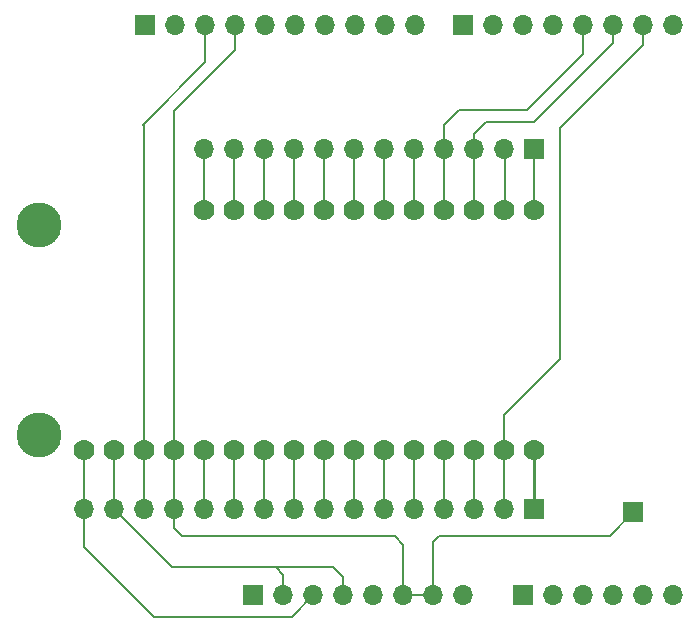
<source format=gbr>
%TF.GenerationSoftware,KiCad,Pcbnew,8.0.7*%
%TF.CreationDate,2025-01-02T12:36:52+09:00*%
%TF.ProjectId,nRF52840_UNO,6e524635-3238-4343-905f-554e4f2e6b69,rev?*%
%TF.SameCoordinates,Original*%
%TF.FileFunction,Copper,L1,Top*%
%TF.FilePolarity,Positive*%
%FSLAX46Y46*%
G04 Gerber Fmt 4.6, Leading zero omitted, Abs format (unit mm)*
G04 Created by KiCad (PCBNEW 8.0.7) date 2025-01-02 12:36:52*
%MOMM*%
%LPD*%
G01*
G04 APERTURE LIST*
%TA.AperFunction,ComponentPad*%
%ADD10R,1.700000X1.700000*%
%TD*%
%TA.AperFunction,ComponentPad*%
%ADD11O,1.700000X1.700000*%
%TD*%
%TA.AperFunction,ComponentPad*%
%ADD12C,3.810000*%
%TD*%
%TA.AperFunction,ComponentPad*%
%ADD13C,1.778000*%
%TD*%
%TA.AperFunction,Conductor*%
%ADD14C,0.200000*%
%TD*%
G04 APERTURE END LIST*
D10*
%TO.P,TP1,1,1*%
%TO.N,GND*%
X118000000Y-72750000D03*
%TD*%
%TO.P,J6,1,Pin_1*%
%TO.N,/DFU*%
X109600000Y-72500000D03*
D11*
%TO.P,J6,2,Pin_2*%
%TO.N,/TXD*%
X107060000Y-72500000D03*
%TO.P,J6,3,Pin_3*%
%TO.N,/RXD*%
X104520000Y-72500000D03*
%TO.P,J6,4,Pin_4*%
%TO.N,/MISO*%
X101980000Y-72500000D03*
%TO.P,J6,5,Pin_5*%
%TO.N,/MOSI*%
X99440000Y-72500000D03*
%TO.P,J6,6,Pin_6*%
%TO.N,/SCK*%
X96900000Y-72500000D03*
%TO.P,J6,7,Pin_7*%
%TO.N,/A5{slash}0.29*%
X94360000Y-72500000D03*
%TO.P,J6,8,Pin_8*%
%TO.N,/A4{slash}0.28*%
X91820000Y-72500000D03*
%TO.P,J6,9,Pin_9*%
%TO.N,/A3{slash}0.05*%
X89280000Y-72500000D03*
%TO.P,J6,10,Pin_10*%
%TO.N,/A2{slash}0.04*%
X86740000Y-72500000D03*
%TO.P,J6,11,Pin_11*%
%TO.N,/A1{slash}0.03*%
X84200000Y-72500000D03*
%TO.P,J6,12,Pin_12*%
%TO.N,/A0{slash}0.02*%
X81660000Y-72500000D03*
%TO.P,J6,13,Pin_13*%
%TO.N,GND*%
X79120000Y-72500000D03*
%TO.P,J6,14,Pin_14*%
%TO.N,/AREF*%
X76580000Y-72500000D03*
%TO.P,J6,15,Pin_15*%
%TO.N,+3V3*%
X74040000Y-72500000D03*
%TO.P,J6,16,Pin_16*%
%TO.N,/~{RESET}*%
X71500000Y-72500000D03*
%TD*%
D10*
%TO.P,J5,1,Pin_1*%
%TO.N,/SDA*%
X109540000Y-42000000D03*
D11*
%TO.P,J5,2,Pin_2*%
%TO.N,/SCL*%
X107000000Y-42000000D03*
%TO.P,J5,3,Pin_3*%
%TO.N,/P0.27*%
X104460000Y-42000000D03*
%TO.P,J5,4,Pin_4*%
%TO.N,/A6{slash}P0.30*%
X101920000Y-42000000D03*
%TO.P,J5,5,Pin_5*%
%TO.N,/A7{slash}P0.31*%
X99380000Y-42000000D03*
%TO.P,J5,6,Pin_6*%
%TO.N,/P0.11*%
X96840000Y-42000000D03*
%TO.P,J5,7,Pin_7*%
%TO.N,/P0.07*%
X94300000Y-42000000D03*
%TO.P,J5,8,Pin_8*%
%TO.N,/P0.15*%
X91760000Y-42000000D03*
%TO.P,J5,9,Pin_9*%
%TO.N,/P0.16*%
X89220000Y-42000000D03*
%TO.P,J5,10,Pin_10*%
%TO.N,VBUS*%
X86680000Y-42000000D03*
%TO.P,J5,11,Pin_11*%
%TO.N,/EN*%
X84140000Y-42000000D03*
%TO.P,J5,12,Pin_12*%
%TO.N,VBAT*%
X81600000Y-42000000D03*
%TD*%
D10*
%TO.P,J1,1,Pin_1*%
%TO.N,unconnected-(J1-Pin_1-Pad1)*%
X85790000Y-79775000D03*
D11*
%TO.P,J1,2,Pin_2*%
%TO.N,+3V3*%
X88330000Y-79775000D03*
%TO.P,J1,3,Pin_3*%
%TO.N,/~{RESET}*%
X90870000Y-79775000D03*
%TO.P,J1,4,Pin_4*%
%TO.N,+3V3*%
X93410000Y-79775000D03*
%TO.P,J1,5,Pin_5*%
%TO.N,+5V*%
X95950000Y-79775000D03*
%TO.P,J1,6,Pin_6*%
%TO.N,GND*%
X98490000Y-79775000D03*
%TO.P,J1,7,Pin_7*%
X101030000Y-79775000D03*
%TO.P,J1,8,Pin_8*%
%TO.N,VCC*%
X103570000Y-79775000D03*
%TD*%
D10*
%TO.P,J4,1,Pin_1*%
%TO.N,/7*%
X103570000Y-31515000D03*
D11*
%TO.P,J4,2,Pin_2*%
%TO.N,/\u002A6*%
X106110000Y-31515000D03*
%TO.P,J4,3,Pin_3*%
%TO.N,/\u002A5*%
X108650000Y-31515000D03*
%TO.P,J4,4,Pin_4*%
%TO.N,/4*%
X111190000Y-31515000D03*
%TO.P,J4,5,Pin_5*%
%TO.N,/A6{slash}P0.30*%
X113730000Y-31515000D03*
%TO.P,J4,6,Pin_6*%
%TO.N,/P0.27*%
X116270000Y-31515000D03*
%TO.P,J4,7,Pin_7*%
%TO.N,/TXD*%
X118810000Y-31515000D03*
%TO.P,J4,8,Pin_8*%
%TO.N,/RXD*%
X121350000Y-31515000D03*
%TD*%
D10*
%TO.P,J3,1,Pin_1*%
%TO.N,/A0*%
X108650000Y-79775000D03*
D11*
%TO.P,J3,2,Pin_2*%
%TO.N,/A1*%
X111190000Y-79775000D03*
%TO.P,J3,3,Pin_3*%
%TO.N,/A2*%
X113730000Y-79775000D03*
%TO.P,J3,4,Pin_4*%
%TO.N,/A3*%
X116270000Y-79775000D03*
%TO.P,J3,5,Pin_5*%
%TO.N,/SDA{slash}A4*%
X118810000Y-79775000D03*
%TO.P,J3,6,Pin_6*%
%TO.N,/SCL{slash}A5*%
X121350000Y-79775000D03*
%TD*%
D10*
%TO.P,J2,1,Pin_1*%
%TO.N,/\u002ASCL{slash}A5*%
X76646000Y-31515000D03*
D11*
%TO.P,J2,2,Pin_2*%
%TO.N,/\u002ASDA{slash}A4*%
X79186000Y-31515000D03*
%TO.P,J2,3,Pin_3*%
%TO.N,/AREF*%
X81726000Y-31515000D03*
%TO.P,J2,4,Pin_4*%
%TO.N,GND*%
X84266000Y-31515000D03*
%TO.P,J2,5,Pin_5*%
%TO.N,/13*%
X86806000Y-31515000D03*
%TO.P,J2,6,Pin_6*%
%TO.N,/12*%
X89346000Y-31515000D03*
%TO.P,J2,7,Pin_7*%
%TO.N,/\u002A11*%
X91886000Y-31515000D03*
%TO.P,J2,8,Pin_8*%
%TO.N,/\u002A10*%
X94426000Y-31515000D03*
%TO.P,J2,9,Pin_9*%
%TO.N,/\u002A9*%
X96966000Y-31515000D03*
%TO.P,J2,10,Pin_10*%
%TO.N,/8*%
X99506000Y-31515000D03*
%TD*%
D12*
%TO.P,MS1,P$2*%
%TO.N,N/C*%
X67680000Y-66200000D03*
%TO.P,MS1,P$1*%
X67680000Y-48420000D03*
D13*
%TO.P,MS1,28,VBAT*%
%TO.N,VBAT*%
X81650000Y-47150000D03*
%TO.P,MS1,27,EN*%
%TO.N,/EN*%
X84190000Y-47150000D03*
%TO.P,MS1,26,USB*%
%TO.N,VBUS*%
X86730000Y-47150000D03*
%TO.P,MS1,25,GPIO13*%
%TO.N,/P0.16*%
X89270000Y-47150000D03*
%TO.P,MS1,24,GPIO12*%
%TO.N,/P0.15*%
X91810000Y-47150000D03*
%TO.P,MS1,23,GPIO11*%
%TO.N,/P0.07*%
X94350000Y-47150000D03*
%TO.P,MS1,22,GPIO10*%
%TO.N,/P0.11*%
X96890000Y-47150000D03*
%TO.P,MS1,21,GPIO9*%
%TO.N,/A7{slash}P0.31*%
X99430000Y-47150000D03*
%TO.P,MS1,20,GPIO6*%
%TO.N,/A6{slash}P0.30*%
X101970000Y-47150000D03*
%TO.P,MS1,19,GPIO5*%
%TO.N,/P0.27*%
X104510000Y-47150000D03*
%TO.P,MS1,18,GPIOSCL*%
%TO.N,/SCL*%
X107050000Y-47150000D03*
%TO.P,MS1,17,GPIOSDA*%
%TO.N,/SDA*%
X109590000Y-47150000D03*
%TO.P,MS1,16,NC*%
%TO.N,/DFU*%
X109590000Y-67470000D03*
%TO.P,MS1,15,GPIOTX*%
%TO.N,/TXD*%
X107050000Y-67470000D03*
%TO.P,MS1,14,GPIORX*%
%TO.N,/RXD*%
X104510000Y-67470000D03*
%TO.P,MS1,13,GPIOMISO*%
%TO.N,/MISO*%
X101970000Y-67470000D03*
%TO.P,MS1,12,GPIOMOSI*%
%TO.N,/MOSI*%
X99430000Y-67470000D03*
%TO.P,MS1,11,GPIOSCK*%
%TO.N,/SCK*%
X96890000Y-67470000D03*
%TO.P,MS1,10,GPIOA5*%
%TO.N,/A5{slash}0.29*%
X94350000Y-67470000D03*
%TO.P,MS1,9,GPIOA4*%
%TO.N,/A4{slash}0.28*%
X91810000Y-67470000D03*
%TO.P,MS1,8,GPIOA3*%
%TO.N,/A3{slash}0.05*%
X89270000Y-67470000D03*
%TO.P,MS1,7,GPIOA2*%
%TO.N,/A2{slash}0.04*%
X86730000Y-67470000D03*
%TO.P,MS1,6,GPIOA1*%
%TO.N,/A1{slash}0.03*%
X84190000Y-67470000D03*
%TO.P,MS1,5,GPIOA0*%
%TO.N,/A0{slash}0.02*%
X81650000Y-67470000D03*
%TO.P,MS1,4,GND*%
%TO.N,GND*%
X79110000Y-67470000D03*
%TO.P,MS1,3,AREF*%
%TO.N,/AREF*%
X76570000Y-67470000D03*
%TO.P,MS1,2,3V*%
%TO.N,+3V3*%
X74030000Y-67470000D03*
%TO.P,MS1,1,~{RESET}*%
%TO.N,/~{RESET}*%
X71490000Y-67470000D03*
%TD*%
D14*
%TO.N,GND*%
X101000000Y-78500000D02*
X101030000Y-78530000D01*
X101500000Y-74750000D02*
X101000000Y-75250000D01*
X116000000Y-74750000D02*
X101500000Y-74750000D01*
X101030000Y-78530000D02*
X101030000Y-79775000D01*
X118000000Y-72750000D02*
X116000000Y-74750000D01*
X101000000Y-75250000D02*
X101000000Y-78500000D01*
%TO.N,/AREF*%
X76470000Y-39930000D02*
X81726000Y-34674000D01*
X81726000Y-34674000D02*
X81726000Y-31515000D01*
X76570000Y-39830000D02*
X76570000Y-67470000D01*
X76570000Y-72490000D02*
X76580000Y-72500000D01*
X76570000Y-67470000D02*
X76570000Y-72490000D01*
%TO.N,+3V3*%
X92600000Y-77400000D02*
X87500000Y-77400000D01*
X87500000Y-77400000D02*
X87700000Y-77400000D01*
X93410000Y-79775000D02*
X93410000Y-78210000D01*
X93410000Y-78210000D02*
X92600000Y-77400000D01*
X78940000Y-77400000D02*
X87500000Y-77400000D01*
X88330000Y-78030000D02*
X88330000Y-79775000D01*
X74040000Y-72500000D02*
X78940000Y-77400000D01*
X87700000Y-77400000D02*
X88330000Y-78030000D01*
%TO.N,GND*%
X84266000Y-33634000D02*
X79110000Y-38790000D01*
X84266000Y-31515000D02*
X84266000Y-33634000D01*
X79110000Y-38790000D02*
X79110000Y-67470000D01*
X98490000Y-79775000D02*
X101030000Y-79775000D01*
X97800000Y-74800000D02*
X79800000Y-74800000D01*
X98490000Y-75490000D02*
X97800000Y-74800000D01*
X79800000Y-74800000D02*
X79100000Y-74100000D01*
X79120000Y-73680000D02*
X79120000Y-72900000D01*
X98490000Y-79775000D02*
X98490000Y-75490000D01*
X79100000Y-74100000D02*
X79100000Y-73700000D01*
X79100000Y-73700000D02*
X79120000Y-73680000D01*
%TO.N,/A6{slash}P0.30*%
X103200000Y-38700000D02*
X101920000Y-39980000D01*
X101920000Y-39980000D02*
X101920000Y-42000000D01*
X109000000Y-38700000D02*
X103200000Y-38700000D01*
X113730000Y-33970000D02*
X109000000Y-38700000D01*
X113730000Y-31515000D02*
X113730000Y-33970000D01*
%TO.N,/P0.27*%
X104460000Y-40740000D02*
X104460000Y-42000000D01*
X109600000Y-39700000D02*
X105500000Y-39700000D01*
X116270000Y-33030000D02*
X109600000Y-39700000D01*
X105500000Y-39700000D02*
X104460000Y-40740000D01*
X116270000Y-31515000D02*
X116270000Y-33030000D01*
%TO.N,/TXD*%
X107050000Y-64550000D02*
X107050000Y-67470000D01*
X111780000Y-59820000D02*
X107050000Y-64550000D01*
X111780000Y-40220000D02*
X111780000Y-59820000D01*
X118810000Y-31515000D02*
X118810000Y-33190000D01*
X118810000Y-33190000D02*
X111780000Y-40220000D01*
%TO.N,/~{RESET}*%
X71500000Y-75700000D02*
X71500000Y-72500000D01*
X77400000Y-81600000D02*
X71500000Y-75700000D01*
X89045000Y-81600000D02*
X77400000Y-81600000D01*
X90870000Y-79775000D02*
X89045000Y-81600000D01*
%TO.N,/DFU*%
X109590000Y-72490000D02*
X109600000Y-72500000D01*
X109590000Y-67470000D02*
X109590000Y-72490000D01*
%TO.N,/TXD*%
X107050000Y-72490000D02*
X107060000Y-72500000D01*
X107050000Y-67470000D02*
X107050000Y-72490000D01*
%TO.N,/RXD*%
X104510000Y-72490000D02*
X104520000Y-72500000D01*
X104510000Y-67470000D02*
X104510000Y-72490000D01*
%TO.N,/MISO*%
X101970000Y-72490000D02*
X101980000Y-72500000D01*
X101970000Y-67470000D02*
X101970000Y-72490000D01*
%TO.N,/MOSI*%
X99440000Y-71510000D02*
X99430000Y-71500000D01*
X99440000Y-72500000D02*
X99440000Y-71510000D01*
X99430000Y-67470000D02*
X99430000Y-71500000D01*
%TO.N,/SCK*%
X96890000Y-67470000D02*
X96890000Y-72490000D01*
X96890000Y-72490000D02*
X96900000Y-72500000D01*
%TO.N,/A5{slash}0.29*%
X94350000Y-72490000D02*
X94360000Y-72500000D01*
X94350000Y-67470000D02*
X94350000Y-72490000D01*
%TO.N,/A4{slash}0.28*%
X91810000Y-72490000D02*
X91820000Y-72500000D01*
X91810000Y-67470000D02*
X91810000Y-72490000D01*
%TO.N,/A3{slash}0.05*%
X89270000Y-72490000D02*
X89280000Y-72500000D01*
X89270000Y-67470000D02*
X89270000Y-72490000D01*
%TO.N,/A2{slash}0.04*%
X86730000Y-72490000D02*
X86740000Y-72500000D01*
X86730000Y-67470000D02*
X86730000Y-72490000D01*
%TO.N,/A1{slash}0.03*%
X84190000Y-72490000D02*
X84200000Y-72500000D01*
X84190000Y-67470000D02*
X84190000Y-72490000D01*
%TO.N,/A0{slash}0.02*%
X81650000Y-72490000D02*
X81660000Y-72500000D01*
X81650000Y-67470000D02*
X81650000Y-72490000D01*
%TO.N,GND*%
X79110000Y-67470000D02*
X79110000Y-72490000D01*
X79110000Y-72490000D02*
X79120000Y-72500000D01*
%TO.N,+3V3*%
X74030000Y-72490000D02*
X74040000Y-72500000D01*
X74030000Y-67470000D02*
X74030000Y-72490000D01*
%TO.N,/~{RESET}*%
X71490000Y-72490000D02*
X71500000Y-72500000D01*
X71490000Y-67470000D02*
X71490000Y-72490000D01*
%TO.N,/DFU*%
X109690000Y-72310000D02*
X109500000Y-72500000D01*
X109690000Y-67550000D02*
X109690000Y-72310000D01*
%TO.N,/SDA*%
X109540000Y-42000000D02*
X109540000Y-47080000D01*
%TO.N,/SCL*%
X107150000Y-42650000D02*
X107150000Y-47230000D01*
X107000000Y-42000000D02*
X107000000Y-42500000D01*
X107000000Y-42500000D02*
X107150000Y-42650000D01*
%TO.N,/P0.27*%
X104460000Y-42000000D02*
X104460000Y-47080000D01*
%TO.N,/A6{slash}P0.30*%
X101920000Y-42000000D02*
X101920000Y-47080000D01*
%TO.N,/A7{slash}P0.31*%
X99380000Y-42000000D02*
X99380000Y-47080000D01*
%TO.N,/P0.11*%
X96840000Y-42000000D02*
X96840000Y-47080000D01*
%TO.N,/P0.07*%
X94300000Y-42000000D02*
X94300000Y-47080000D01*
%TO.N,/P0.15*%
X91760000Y-42000000D02*
X91760000Y-47080000D01*
%TO.N,/P0.16*%
X89220000Y-42000000D02*
X89220000Y-47080000D01*
%TO.N,VBUS*%
X86680000Y-42000000D02*
X86680000Y-47080000D01*
%TO.N,/EN*%
X84140000Y-42000000D02*
X84140000Y-47080000D01*
%TO.N,VBAT*%
X81600000Y-42000000D02*
X81600000Y-47080000D01*
%TD*%
M02*

</source>
